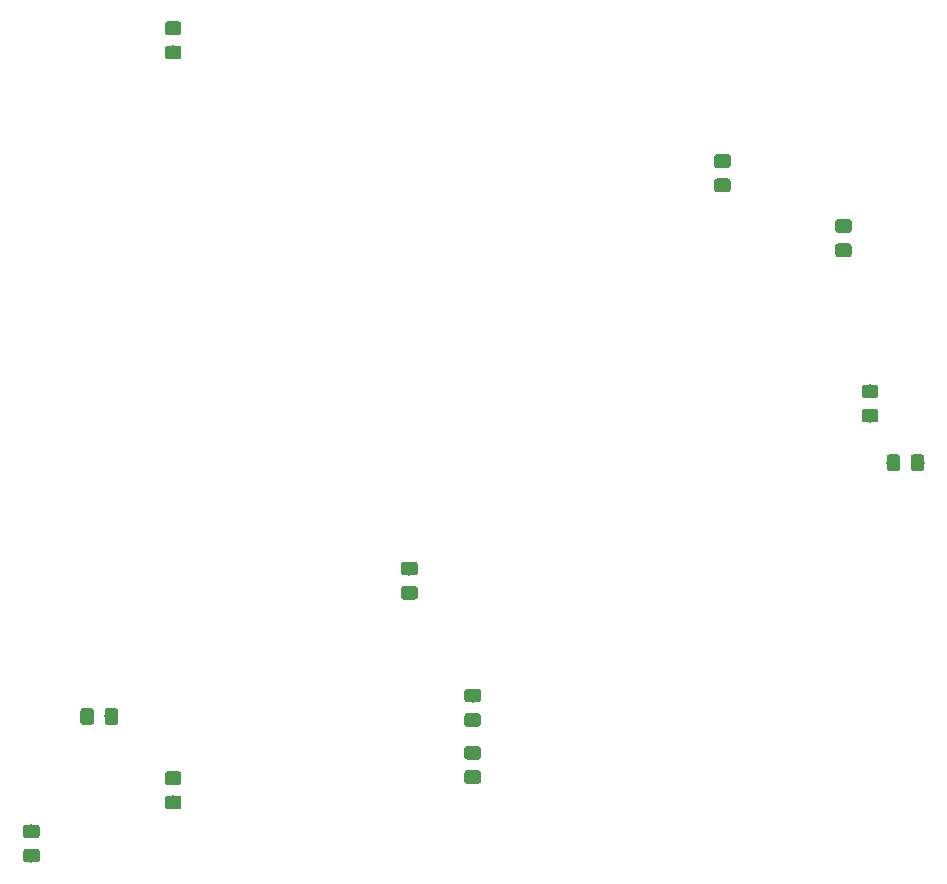
<source format=gbr>
G04 #@! TF.GenerationSoftware,KiCad,Pcbnew,(5.1.4)-1*
G04 #@! TF.CreationDate,2020-01-27T21:00:09-05:00*
G04 #@! TF.ProjectId,PCB_2020,5043425f-3230-4323-902e-6b696361645f,rev?*
G04 #@! TF.SameCoordinates,Original*
G04 #@! TF.FileFunction,Paste,Top*
G04 #@! TF.FilePolarity,Positive*
%FSLAX46Y46*%
G04 Gerber Fmt 4.6, Leading zero omitted, Abs format (unit mm)*
G04 Created by KiCad (PCBNEW (5.1.4)-1) date 2020-01-27 21:00:09*
%MOMM*%
%LPD*%
G04 APERTURE LIST*
%ADD10C,0.100000*%
%ADD11C,1.150000*%
G04 APERTURE END LIST*
D10*
G36*
X185974505Y-82951204D02*
G01*
X185998773Y-82954804D01*
X186022572Y-82960765D01*
X186045671Y-82969030D01*
X186067850Y-82979520D01*
X186088893Y-82992132D01*
X186108599Y-83006747D01*
X186126777Y-83023223D01*
X186143253Y-83041401D01*
X186157868Y-83061107D01*
X186170480Y-83082150D01*
X186180970Y-83104329D01*
X186189235Y-83127428D01*
X186195196Y-83151227D01*
X186198796Y-83175495D01*
X186200000Y-83199999D01*
X186200000Y-83850001D01*
X186198796Y-83874505D01*
X186195196Y-83898773D01*
X186189235Y-83922572D01*
X186180970Y-83945671D01*
X186170480Y-83967850D01*
X186157868Y-83988893D01*
X186143253Y-84008599D01*
X186126777Y-84026777D01*
X186108599Y-84043253D01*
X186088893Y-84057868D01*
X186067850Y-84070480D01*
X186045671Y-84080970D01*
X186022572Y-84089235D01*
X185998773Y-84095196D01*
X185974505Y-84098796D01*
X185950001Y-84100000D01*
X185049999Y-84100000D01*
X185025495Y-84098796D01*
X185001227Y-84095196D01*
X184977428Y-84089235D01*
X184954329Y-84080970D01*
X184932150Y-84070480D01*
X184911107Y-84057868D01*
X184891401Y-84043253D01*
X184873223Y-84026777D01*
X184856747Y-84008599D01*
X184842132Y-83988893D01*
X184829520Y-83967850D01*
X184819030Y-83945671D01*
X184810765Y-83922572D01*
X184804804Y-83898773D01*
X184801204Y-83874505D01*
X184800000Y-83850001D01*
X184800000Y-83199999D01*
X184801204Y-83175495D01*
X184804804Y-83151227D01*
X184810765Y-83127428D01*
X184819030Y-83104329D01*
X184829520Y-83082150D01*
X184842132Y-83061107D01*
X184856747Y-83041401D01*
X184873223Y-83023223D01*
X184891401Y-83006747D01*
X184911107Y-82992132D01*
X184932150Y-82979520D01*
X184954329Y-82969030D01*
X184977428Y-82960765D01*
X185001227Y-82954804D01*
X185025495Y-82951204D01*
X185049999Y-82950000D01*
X185950001Y-82950000D01*
X185974505Y-82951204D01*
X185974505Y-82951204D01*
G37*
D11*
X185500000Y-83525000D03*
D10*
G36*
X185974505Y-80901204D02*
G01*
X185998773Y-80904804D01*
X186022572Y-80910765D01*
X186045671Y-80919030D01*
X186067850Y-80929520D01*
X186088893Y-80942132D01*
X186108599Y-80956747D01*
X186126777Y-80973223D01*
X186143253Y-80991401D01*
X186157868Y-81011107D01*
X186170480Y-81032150D01*
X186180970Y-81054329D01*
X186189235Y-81077428D01*
X186195196Y-81101227D01*
X186198796Y-81125495D01*
X186200000Y-81149999D01*
X186200000Y-81800001D01*
X186198796Y-81824505D01*
X186195196Y-81848773D01*
X186189235Y-81872572D01*
X186180970Y-81895671D01*
X186170480Y-81917850D01*
X186157868Y-81938893D01*
X186143253Y-81958599D01*
X186126777Y-81976777D01*
X186108599Y-81993253D01*
X186088893Y-82007868D01*
X186067850Y-82020480D01*
X186045671Y-82030970D01*
X186022572Y-82039235D01*
X185998773Y-82045196D01*
X185974505Y-82048796D01*
X185950001Y-82050000D01*
X185049999Y-82050000D01*
X185025495Y-82048796D01*
X185001227Y-82045196D01*
X184977428Y-82039235D01*
X184954329Y-82030970D01*
X184932150Y-82020480D01*
X184911107Y-82007868D01*
X184891401Y-81993253D01*
X184873223Y-81976777D01*
X184856747Y-81958599D01*
X184842132Y-81938893D01*
X184829520Y-81917850D01*
X184819030Y-81895671D01*
X184810765Y-81872572D01*
X184804804Y-81848773D01*
X184801204Y-81824505D01*
X184800000Y-81800001D01*
X184800000Y-81149999D01*
X184801204Y-81125495D01*
X184804804Y-81101227D01*
X184810765Y-81077428D01*
X184819030Y-81054329D01*
X184829520Y-81032150D01*
X184842132Y-81011107D01*
X184856747Y-80991401D01*
X184873223Y-80973223D01*
X184891401Y-80956747D01*
X184911107Y-80942132D01*
X184932150Y-80929520D01*
X184954329Y-80919030D01*
X184977428Y-80910765D01*
X185001227Y-80904804D01*
X185025495Y-80901204D01*
X185049999Y-80900000D01*
X185950001Y-80900000D01*
X185974505Y-80901204D01*
X185974505Y-80901204D01*
G37*
D11*
X185500000Y-81475000D03*
D10*
G36*
X187824505Y-86801204D02*
G01*
X187848773Y-86804804D01*
X187872572Y-86810765D01*
X187895671Y-86819030D01*
X187917850Y-86829520D01*
X187938893Y-86842132D01*
X187958599Y-86856747D01*
X187976777Y-86873223D01*
X187993253Y-86891401D01*
X188007868Y-86911107D01*
X188020480Y-86932150D01*
X188030970Y-86954329D01*
X188039235Y-86977428D01*
X188045196Y-87001227D01*
X188048796Y-87025495D01*
X188050000Y-87049999D01*
X188050000Y-87950001D01*
X188048796Y-87974505D01*
X188045196Y-87998773D01*
X188039235Y-88022572D01*
X188030970Y-88045671D01*
X188020480Y-88067850D01*
X188007868Y-88088893D01*
X187993253Y-88108599D01*
X187976777Y-88126777D01*
X187958599Y-88143253D01*
X187938893Y-88157868D01*
X187917850Y-88170480D01*
X187895671Y-88180970D01*
X187872572Y-88189235D01*
X187848773Y-88195196D01*
X187824505Y-88198796D01*
X187800001Y-88200000D01*
X187149999Y-88200000D01*
X187125495Y-88198796D01*
X187101227Y-88195196D01*
X187077428Y-88189235D01*
X187054329Y-88180970D01*
X187032150Y-88170480D01*
X187011107Y-88157868D01*
X186991401Y-88143253D01*
X186973223Y-88126777D01*
X186956747Y-88108599D01*
X186942132Y-88088893D01*
X186929520Y-88067850D01*
X186919030Y-88045671D01*
X186910765Y-88022572D01*
X186904804Y-87998773D01*
X186901204Y-87974505D01*
X186900000Y-87950001D01*
X186900000Y-87049999D01*
X186901204Y-87025495D01*
X186904804Y-87001227D01*
X186910765Y-86977428D01*
X186919030Y-86954329D01*
X186929520Y-86932150D01*
X186942132Y-86911107D01*
X186956747Y-86891401D01*
X186973223Y-86873223D01*
X186991401Y-86856747D01*
X187011107Y-86842132D01*
X187032150Y-86829520D01*
X187054329Y-86819030D01*
X187077428Y-86810765D01*
X187101227Y-86804804D01*
X187125495Y-86801204D01*
X187149999Y-86800000D01*
X187800001Y-86800000D01*
X187824505Y-86801204D01*
X187824505Y-86801204D01*
G37*
D11*
X187475000Y-87500000D03*
D10*
G36*
X189874505Y-86801204D02*
G01*
X189898773Y-86804804D01*
X189922572Y-86810765D01*
X189945671Y-86819030D01*
X189967850Y-86829520D01*
X189988893Y-86842132D01*
X190008599Y-86856747D01*
X190026777Y-86873223D01*
X190043253Y-86891401D01*
X190057868Y-86911107D01*
X190070480Y-86932150D01*
X190080970Y-86954329D01*
X190089235Y-86977428D01*
X190095196Y-87001227D01*
X190098796Y-87025495D01*
X190100000Y-87049999D01*
X190100000Y-87950001D01*
X190098796Y-87974505D01*
X190095196Y-87998773D01*
X190089235Y-88022572D01*
X190080970Y-88045671D01*
X190070480Y-88067850D01*
X190057868Y-88088893D01*
X190043253Y-88108599D01*
X190026777Y-88126777D01*
X190008599Y-88143253D01*
X189988893Y-88157868D01*
X189967850Y-88170480D01*
X189945671Y-88180970D01*
X189922572Y-88189235D01*
X189898773Y-88195196D01*
X189874505Y-88198796D01*
X189850001Y-88200000D01*
X189199999Y-88200000D01*
X189175495Y-88198796D01*
X189151227Y-88195196D01*
X189127428Y-88189235D01*
X189104329Y-88180970D01*
X189082150Y-88170480D01*
X189061107Y-88157868D01*
X189041401Y-88143253D01*
X189023223Y-88126777D01*
X189006747Y-88108599D01*
X188992132Y-88088893D01*
X188979520Y-88067850D01*
X188969030Y-88045671D01*
X188960765Y-88022572D01*
X188954804Y-87998773D01*
X188951204Y-87974505D01*
X188950000Y-87950001D01*
X188950000Y-87049999D01*
X188951204Y-87025495D01*
X188954804Y-87001227D01*
X188960765Y-86977428D01*
X188969030Y-86954329D01*
X188979520Y-86932150D01*
X188992132Y-86911107D01*
X189006747Y-86891401D01*
X189023223Y-86873223D01*
X189041401Y-86856747D01*
X189061107Y-86842132D01*
X189082150Y-86829520D01*
X189104329Y-86819030D01*
X189127428Y-86810765D01*
X189151227Y-86804804D01*
X189175495Y-86801204D01*
X189199999Y-86800000D01*
X189850001Y-86800000D01*
X189874505Y-86801204D01*
X189874505Y-86801204D01*
G37*
D11*
X189525000Y-87500000D03*
D10*
G36*
X152334505Y-106667204D02*
G01*
X152358773Y-106670804D01*
X152382572Y-106676765D01*
X152405671Y-106685030D01*
X152427850Y-106695520D01*
X152448893Y-106708132D01*
X152468599Y-106722747D01*
X152486777Y-106739223D01*
X152503253Y-106757401D01*
X152517868Y-106777107D01*
X152530480Y-106798150D01*
X152540970Y-106820329D01*
X152549235Y-106843428D01*
X152555196Y-106867227D01*
X152558796Y-106891495D01*
X152560000Y-106915999D01*
X152560000Y-107566001D01*
X152558796Y-107590505D01*
X152555196Y-107614773D01*
X152549235Y-107638572D01*
X152540970Y-107661671D01*
X152530480Y-107683850D01*
X152517868Y-107704893D01*
X152503253Y-107724599D01*
X152486777Y-107742777D01*
X152468599Y-107759253D01*
X152448893Y-107773868D01*
X152427850Y-107786480D01*
X152405671Y-107796970D01*
X152382572Y-107805235D01*
X152358773Y-107811196D01*
X152334505Y-107814796D01*
X152310001Y-107816000D01*
X151409999Y-107816000D01*
X151385495Y-107814796D01*
X151361227Y-107811196D01*
X151337428Y-107805235D01*
X151314329Y-107796970D01*
X151292150Y-107786480D01*
X151271107Y-107773868D01*
X151251401Y-107759253D01*
X151233223Y-107742777D01*
X151216747Y-107724599D01*
X151202132Y-107704893D01*
X151189520Y-107683850D01*
X151179030Y-107661671D01*
X151170765Y-107638572D01*
X151164804Y-107614773D01*
X151161204Y-107590505D01*
X151160000Y-107566001D01*
X151160000Y-106915999D01*
X151161204Y-106891495D01*
X151164804Y-106867227D01*
X151170765Y-106843428D01*
X151179030Y-106820329D01*
X151189520Y-106798150D01*
X151202132Y-106777107D01*
X151216747Y-106757401D01*
X151233223Y-106739223D01*
X151251401Y-106722747D01*
X151271107Y-106708132D01*
X151292150Y-106695520D01*
X151314329Y-106685030D01*
X151337428Y-106676765D01*
X151361227Y-106670804D01*
X151385495Y-106667204D01*
X151409999Y-106666000D01*
X152310001Y-106666000D01*
X152334505Y-106667204D01*
X152334505Y-106667204D01*
G37*
D11*
X151860000Y-107241000D03*
D10*
G36*
X152334505Y-108717204D02*
G01*
X152358773Y-108720804D01*
X152382572Y-108726765D01*
X152405671Y-108735030D01*
X152427850Y-108745520D01*
X152448893Y-108758132D01*
X152468599Y-108772747D01*
X152486777Y-108789223D01*
X152503253Y-108807401D01*
X152517868Y-108827107D01*
X152530480Y-108848150D01*
X152540970Y-108870329D01*
X152549235Y-108893428D01*
X152555196Y-108917227D01*
X152558796Y-108941495D01*
X152560000Y-108965999D01*
X152560000Y-109616001D01*
X152558796Y-109640505D01*
X152555196Y-109664773D01*
X152549235Y-109688572D01*
X152540970Y-109711671D01*
X152530480Y-109733850D01*
X152517868Y-109754893D01*
X152503253Y-109774599D01*
X152486777Y-109792777D01*
X152468599Y-109809253D01*
X152448893Y-109823868D01*
X152427850Y-109836480D01*
X152405671Y-109846970D01*
X152382572Y-109855235D01*
X152358773Y-109861196D01*
X152334505Y-109864796D01*
X152310001Y-109866000D01*
X151409999Y-109866000D01*
X151385495Y-109864796D01*
X151361227Y-109861196D01*
X151337428Y-109855235D01*
X151314329Y-109846970D01*
X151292150Y-109836480D01*
X151271107Y-109823868D01*
X151251401Y-109809253D01*
X151233223Y-109792777D01*
X151216747Y-109774599D01*
X151202132Y-109754893D01*
X151189520Y-109733850D01*
X151179030Y-109711671D01*
X151170765Y-109688572D01*
X151164804Y-109664773D01*
X151161204Y-109640505D01*
X151160000Y-109616001D01*
X151160000Y-108965999D01*
X151161204Y-108941495D01*
X151164804Y-108917227D01*
X151170765Y-108893428D01*
X151179030Y-108870329D01*
X151189520Y-108848150D01*
X151202132Y-108827107D01*
X151216747Y-108807401D01*
X151233223Y-108789223D01*
X151251401Y-108772747D01*
X151271107Y-108758132D01*
X151292150Y-108745520D01*
X151314329Y-108735030D01*
X151337428Y-108726765D01*
X151361227Y-108720804D01*
X151385495Y-108717204D01*
X151409999Y-108716000D01*
X152310001Y-108716000D01*
X152334505Y-108717204D01*
X152334505Y-108717204D01*
G37*
D11*
X151860000Y-109291000D03*
D10*
G36*
X152334505Y-113552204D02*
G01*
X152358773Y-113555804D01*
X152382572Y-113561765D01*
X152405671Y-113570030D01*
X152427850Y-113580520D01*
X152448893Y-113593132D01*
X152468599Y-113607747D01*
X152486777Y-113624223D01*
X152503253Y-113642401D01*
X152517868Y-113662107D01*
X152530480Y-113683150D01*
X152540970Y-113705329D01*
X152549235Y-113728428D01*
X152555196Y-113752227D01*
X152558796Y-113776495D01*
X152560000Y-113800999D01*
X152560000Y-114451001D01*
X152558796Y-114475505D01*
X152555196Y-114499773D01*
X152549235Y-114523572D01*
X152540970Y-114546671D01*
X152530480Y-114568850D01*
X152517868Y-114589893D01*
X152503253Y-114609599D01*
X152486777Y-114627777D01*
X152468599Y-114644253D01*
X152448893Y-114658868D01*
X152427850Y-114671480D01*
X152405671Y-114681970D01*
X152382572Y-114690235D01*
X152358773Y-114696196D01*
X152334505Y-114699796D01*
X152310001Y-114701000D01*
X151409999Y-114701000D01*
X151385495Y-114699796D01*
X151361227Y-114696196D01*
X151337428Y-114690235D01*
X151314329Y-114681970D01*
X151292150Y-114671480D01*
X151271107Y-114658868D01*
X151251401Y-114644253D01*
X151233223Y-114627777D01*
X151216747Y-114609599D01*
X151202132Y-114589893D01*
X151189520Y-114568850D01*
X151179030Y-114546671D01*
X151170765Y-114523572D01*
X151164804Y-114499773D01*
X151161204Y-114475505D01*
X151160000Y-114451001D01*
X151160000Y-113800999D01*
X151161204Y-113776495D01*
X151164804Y-113752227D01*
X151170765Y-113728428D01*
X151179030Y-113705329D01*
X151189520Y-113683150D01*
X151202132Y-113662107D01*
X151216747Y-113642401D01*
X151233223Y-113624223D01*
X151251401Y-113607747D01*
X151271107Y-113593132D01*
X151292150Y-113580520D01*
X151314329Y-113570030D01*
X151337428Y-113561765D01*
X151361227Y-113555804D01*
X151385495Y-113552204D01*
X151409999Y-113551000D01*
X152310001Y-113551000D01*
X152334505Y-113552204D01*
X152334505Y-113552204D01*
G37*
D11*
X151860000Y-114126000D03*
D10*
G36*
X152334505Y-111502204D02*
G01*
X152358773Y-111505804D01*
X152382572Y-111511765D01*
X152405671Y-111520030D01*
X152427850Y-111530520D01*
X152448893Y-111543132D01*
X152468599Y-111557747D01*
X152486777Y-111574223D01*
X152503253Y-111592401D01*
X152517868Y-111612107D01*
X152530480Y-111633150D01*
X152540970Y-111655329D01*
X152549235Y-111678428D01*
X152555196Y-111702227D01*
X152558796Y-111726495D01*
X152560000Y-111750999D01*
X152560000Y-112401001D01*
X152558796Y-112425505D01*
X152555196Y-112449773D01*
X152549235Y-112473572D01*
X152540970Y-112496671D01*
X152530480Y-112518850D01*
X152517868Y-112539893D01*
X152503253Y-112559599D01*
X152486777Y-112577777D01*
X152468599Y-112594253D01*
X152448893Y-112608868D01*
X152427850Y-112621480D01*
X152405671Y-112631970D01*
X152382572Y-112640235D01*
X152358773Y-112646196D01*
X152334505Y-112649796D01*
X152310001Y-112651000D01*
X151409999Y-112651000D01*
X151385495Y-112649796D01*
X151361227Y-112646196D01*
X151337428Y-112640235D01*
X151314329Y-112631970D01*
X151292150Y-112621480D01*
X151271107Y-112608868D01*
X151251401Y-112594253D01*
X151233223Y-112577777D01*
X151216747Y-112559599D01*
X151202132Y-112539893D01*
X151189520Y-112518850D01*
X151179030Y-112496671D01*
X151170765Y-112473572D01*
X151164804Y-112449773D01*
X151161204Y-112425505D01*
X151160000Y-112401001D01*
X151160000Y-111750999D01*
X151161204Y-111726495D01*
X151164804Y-111702227D01*
X151170765Y-111678428D01*
X151179030Y-111655329D01*
X151189520Y-111633150D01*
X151202132Y-111612107D01*
X151216747Y-111592401D01*
X151233223Y-111574223D01*
X151251401Y-111557747D01*
X151271107Y-111543132D01*
X151292150Y-111530520D01*
X151314329Y-111520030D01*
X151337428Y-111511765D01*
X151361227Y-111505804D01*
X151385495Y-111502204D01*
X151409999Y-111501000D01*
X152310001Y-111501000D01*
X152334505Y-111502204D01*
X152334505Y-111502204D01*
G37*
D11*
X151860000Y-112076000D03*
D10*
G36*
X183724505Y-66901204D02*
G01*
X183748773Y-66904804D01*
X183772572Y-66910765D01*
X183795671Y-66919030D01*
X183817850Y-66929520D01*
X183838893Y-66942132D01*
X183858599Y-66956747D01*
X183876777Y-66973223D01*
X183893253Y-66991401D01*
X183907868Y-67011107D01*
X183920480Y-67032150D01*
X183930970Y-67054329D01*
X183939235Y-67077428D01*
X183945196Y-67101227D01*
X183948796Y-67125495D01*
X183950000Y-67149999D01*
X183950000Y-67800001D01*
X183948796Y-67824505D01*
X183945196Y-67848773D01*
X183939235Y-67872572D01*
X183930970Y-67895671D01*
X183920480Y-67917850D01*
X183907868Y-67938893D01*
X183893253Y-67958599D01*
X183876777Y-67976777D01*
X183858599Y-67993253D01*
X183838893Y-68007868D01*
X183817850Y-68020480D01*
X183795671Y-68030970D01*
X183772572Y-68039235D01*
X183748773Y-68045196D01*
X183724505Y-68048796D01*
X183700001Y-68050000D01*
X182799999Y-68050000D01*
X182775495Y-68048796D01*
X182751227Y-68045196D01*
X182727428Y-68039235D01*
X182704329Y-68030970D01*
X182682150Y-68020480D01*
X182661107Y-68007868D01*
X182641401Y-67993253D01*
X182623223Y-67976777D01*
X182606747Y-67958599D01*
X182592132Y-67938893D01*
X182579520Y-67917850D01*
X182569030Y-67895671D01*
X182560765Y-67872572D01*
X182554804Y-67848773D01*
X182551204Y-67824505D01*
X182550000Y-67800001D01*
X182550000Y-67149999D01*
X182551204Y-67125495D01*
X182554804Y-67101227D01*
X182560765Y-67077428D01*
X182569030Y-67054329D01*
X182579520Y-67032150D01*
X182592132Y-67011107D01*
X182606747Y-66991401D01*
X182623223Y-66973223D01*
X182641401Y-66956747D01*
X182661107Y-66942132D01*
X182682150Y-66929520D01*
X182704329Y-66919030D01*
X182727428Y-66910765D01*
X182751227Y-66904804D01*
X182775495Y-66901204D01*
X182799999Y-66900000D01*
X183700001Y-66900000D01*
X183724505Y-66901204D01*
X183724505Y-66901204D01*
G37*
D11*
X183250000Y-67475000D03*
D10*
G36*
X183724505Y-68951204D02*
G01*
X183748773Y-68954804D01*
X183772572Y-68960765D01*
X183795671Y-68969030D01*
X183817850Y-68979520D01*
X183838893Y-68992132D01*
X183858599Y-69006747D01*
X183876777Y-69023223D01*
X183893253Y-69041401D01*
X183907868Y-69061107D01*
X183920480Y-69082150D01*
X183930970Y-69104329D01*
X183939235Y-69127428D01*
X183945196Y-69151227D01*
X183948796Y-69175495D01*
X183950000Y-69199999D01*
X183950000Y-69850001D01*
X183948796Y-69874505D01*
X183945196Y-69898773D01*
X183939235Y-69922572D01*
X183930970Y-69945671D01*
X183920480Y-69967850D01*
X183907868Y-69988893D01*
X183893253Y-70008599D01*
X183876777Y-70026777D01*
X183858599Y-70043253D01*
X183838893Y-70057868D01*
X183817850Y-70070480D01*
X183795671Y-70080970D01*
X183772572Y-70089235D01*
X183748773Y-70095196D01*
X183724505Y-70098796D01*
X183700001Y-70100000D01*
X182799999Y-70100000D01*
X182775495Y-70098796D01*
X182751227Y-70095196D01*
X182727428Y-70089235D01*
X182704329Y-70080970D01*
X182682150Y-70070480D01*
X182661107Y-70057868D01*
X182641401Y-70043253D01*
X182623223Y-70026777D01*
X182606747Y-70008599D01*
X182592132Y-69988893D01*
X182579520Y-69967850D01*
X182569030Y-69945671D01*
X182560765Y-69922572D01*
X182554804Y-69898773D01*
X182551204Y-69874505D01*
X182550000Y-69850001D01*
X182550000Y-69199999D01*
X182551204Y-69175495D01*
X182554804Y-69151227D01*
X182560765Y-69127428D01*
X182569030Y-69104329D01*
X182579520Y-69082150D01*
X182592132Y-69061107D01*
X182606747Y-69041401D01*
X182623223Y-69023223D01*
X182641401Y-69006747D01*
X182661107Y-68992132D01*
X182682150Y-68979520D01*
X182704329Y-68969030D01*
X182727428Y-68960765D01*
X182751227Y-68954804D01*
X182775495Y-68951204D01*
X182799999Y-68950000D01*
X183700001Y-68950000D01*
X183724505Y-68951204D01*
X183724505Y-68951204D01*
G37*
D11*
X183250000Y-69525000D03*
D10*
G36*
X173474505Y-61401204D02*
G01*
X173498773Y-61404804D01*
X173522572Y-61410765D01*
X173545671Y-61419030D01*
X173567850Y-61429520D01*
X173588893Y-61442132D01*
X173608599Y-61456747D01*
X173626777Y-61473223D01*
X173643253Y-61491401D01*
X173657868Y-61511107D01*
X173670480Y-61532150D01*
X173680970Y-61554329D01*
X173689235Y-61577428D01*
X173695196Y-61601227D01*
X173698796Y-61625495D01*
X173700000Y-61649999D01*
X173700000Y-62300001D01*
X173698796Y-62324505D01*
X173695196Y-62348773D01*
X173689235Y-62372572D01*
X173680970Y-62395671D01*
X173670480Y-62417850D01*
X173657868Y-62438893D01*
X173643253Y-62458599D01*
X173626777Y-62476777D01*
X173608599Y-62493253D01*
X173588893Y-62507868D01*
X173567850Y-62520480D01*
X173545671Y-62530970D01*
X173522572Y-62539235D01*
X173498773Y-62545196D01*
X173474505Y-62548796D01*
X173450001Y-62550000D01*
X172549999Y-62550000D01*
X172525495Y-62548796D01*
X172501227Y-62545196D01*
X172477428Y-62539235D01*
X172454329Y-62530970D01*
X172432150Y-62520480D01*
X172411107Y-62507868D01*
X172391401Y-62493253D01*
X172373223Y-62476777D01*
X172356747Y-62458599D01*
X172342132Y-62438893D01*
X172329520Y-62417850D01*
X172319030Y-62395671D01*
X172310765Y-62372572D01*
X172304804Y-62348773D01*
X172301204Y-62324505D01*
X172300000Y-62300001D01*
X172300000Y-61649999D01*
X172301204Y-61625495D01*
X172304804Y-61601227D01*
X172310765Y-61577428D01*
X172319030Y-61554329D01*
X172329520Y-61532150D01*
X172342132Y-61511107D01*
X172356747Y-61491401D01*
X172373223Y-61473223D01*
X172391401Y-61456747D01*
X172411107Y-61442132D01*
X172432150Y-61429520D01*
X172454329Y-61419030D01*
X172477428Y-61410765D01*
X172501227Y-61404804D01*
X172525495Y-61401204D01*
X172549999Y-61400000D01*
X173450001Y-61400000D01*
X173474505Y-61401204D01*
X173474505Y-61401204D01*
G37*
D11*
X173000000Y-61975000D03*
D10*
G36*
X173474505Y-63451204D02*
G01*
X173498773Y-63454804D01*
X173522572Y-63460765D01*
X173545671Y-63469030D01*
X173567850Y-63479520D01*
X173588893Y-63492132D01*
X173608599Y-63506747D01*
X173626777Y-63523223D01*
X173643253Y-63541401D01*
X173657868Y-63561107D01*
X173670480Y-63582150D01*
X173680970Y-63604329D01*
X173689235Y-63627428D01*
X173695196Y-63651227D01*
X173698796Y-63675495D01*
X173700000Y-63699999D01*
X173700000Y-64350001D01*
X173698796Y-64374505D01*
X173695196Y-64398773D01*
X173689235Y-64422572D01*
X173680970Y-64445671D01*
X173670480Y-64467850D01*
X173657868Y-64488893D01*
X173643253Y-64508599D01*
X173626777Y-64526777D01*
X173608599Y-64543253D01*
X173588893Y-64557868D01*
X173567850Y-64570480D01*
X173545671Y-64580970D01*
X173522572Y-64589235D01*
X173498773Y-64595196D01*
X173474505Y-64598796D01*
X173450001Y-64600000D01*
X172549999Y-64600000D01*
X172525495Y-64598796D01*
X172501227Y-64595196D01*
X172477428Y-64589235D01*
X172454329Y-64580970D01*
X172432150Y-64570480D01*
X172411107Y-64557868D01*
X172391401Y-64543253D01*
X172373223Y-64526777D01*
X172356747Y-64508599D01*
X172342132Y-64488893D01*
X172329520Y-64467850D01*
X172319030Y-64445671D01*
X172310765Y-64422572D01*
X172304804Y-64398773D01*
X172301204Y-64374505D01*
X172300000Y-64350001D01*
X172300000Y-63699999D01*
X172301204Y-63675495D01*
X172304804Y-63651227D01*
X172310765Y-63627428D01*
X172319030Y-63604329D01*
X172329520Y-63582150D01*
X172342132Y-63561107D01*
X172356747Y-63541401D01*
X172373223Y-63523223D01*
X172391401Y-63506747D01*
X172411107Y-63492132D01*
X172432150Y-63479520D01*
X172454329Y-63469030D01*
X172477428Y-63460765D01*
X172501227Y-63454804D01*
X172525495Y-63451204D01*
X172549999Y-63450000D01*
X173450001Y-63450000D01*
X173474505Y-63451204D01*
X173474505Y-63451204D01*
G37*
D11*
X173000000Y-64025000D03*
D10*
G36*
X126974505Y-52201204D02*
G01*
X126998773Y-52204804D01*
X127022572Y-52210765D01*
X127045671Y-52219030D01*
X127067850Y-52229520D01*
X127088893Y-52242132D01*
X127108599Y-52256747D01*
X127126777Y-52273223D01*
X127143253Y-52291401D01*
X127157868Y-52311107D01*
X127170480Y-52332150D01*
X127180970Y-52354329D01*
X127189235Y-52377428D01*
X127195196Y-52401227D01*
X127198796Y-52425495D01*
X127200000Y-52449999D01*
X127200000Y-53100001D01*
X127198796Y-53124505D01*
X127195196Y-53148773D01*
X127189235Y-53172572D01*
X127180970Y-53195671D01*
X127170480Y-53217850D01*
X127157868Y-53238893D01*
X127143253Y-53258599D01*
X127126777Y-53276777D01*
X127108599Y-53293253D01*
X127088893Y-53307868D01*
X127067850Y-53320480D01*
X127045671Y-53330970D01*
X127022572Y-53339235D01*
X126998773Y-53345196D01*
X126974505Y-53348796D01*
X126950001Y-53350000D01*
X126049999Y-53350000D01*
X126025495Y-53348796D01*
X126001227Y-53345196D01*
X125977428Y-53339235D01*
X125954329Y-53330970D01*
X125932150Y-53320480D01*
X125911107Y-53307868D01*
X125891401Y-53293253D01*
X125873223Y-53276777D01*
X125856747Y-53258599D01*
X125842132Y-53238893D01*
X125829520Y-53217850D01*
X125819030Y-53195671D01*
X125810765Y-53172572D01*
X125804804Y-53148773D01*
X125801204Y-53124505D01*
X125800000Y-53100001D01*
X125800000Y-52449999D01*
X125801204Y-52425495D01*
X125804804Y-52401227D01*
X125810765Y-52377428D01*
X125819030Y-52354329D01*
X125829520Y-52332150D01*
X125842132Y-52311107D01*
X125856747Y-52291401D01*
X125873223Y-52273223D01*
X125891401Y-52256747D01*
X125911107Y-52242132D01*
X125932150Y-52229520D01*
X125954329Y-52219030D01*
X125977428Y-52210765D01*
X126001227Y-52204804D01*
X126025495Y-52201204D01*
X126049999Y-52200000D01*
X126950001Y-52200000D01*
X126974505Y-52201204D01*
X126974505Y-52201204D01*
G37*
D11*
X126500000Y-52775000D03*
D10*
G36*
X126974505Y-50151204D02*
G01*
X126998773Y-50154804D01*
X127022572Y-50160765D01*
X127045671Y-50169030D01*
X127067850Y-50179520D01*
X127088893Y-50192132D01*
X127108599Y-50206747D01*
X127126777Y-50223223D01*
X127143253Y-50241401D01*
X127157868Y-50261107D01*
X127170480Y-50282150D01*
X127180970Y-50304329D01*
X127189235Y-50327428D01*
X127195196Y-50351227D01*
X127198796Y-50375495D01*
X127200000Y-50399999D01*
X127200000Y-51050001D01*
X127198796Y-51074505D01*
X127195196Y-51098773D01*
X127189235Y-51122572D01*
X127180970Y-51145671D01*
X127170480Y-51167850D01*
X127157868Y-51188893D01*
X127143253Y-51208599D01*
X127126777Y-51226777D01*
X127108599Y-51243253D01*
X127088893Y-51257868D01*
X127067850Y-51270480D01*
X127045671Y-51280970D01*
X127022572Y-51289235D01*
X126998773Y-51295196D01*
X126974505Y-51298796D01*
X126950001Y-51300000D01*
X126049999Y-51300000D01*
X126025495Y-51298796D01*
X126001227Y-51295196D01*
X125977428Y-51289235D01*
X125954329Y-51280970D01*
X125932150Y-51270480D01*
X125911107Y-51257868D01*
X125891401Y-51243253D01*
X125873223Y-51226777D01*
X125856747Y-51208599D01*
X125842132Y-51188893D01*
X125829520Y-51167850D01*
X125819030Y-51145671D01*
X125810765Y-51122572D01*
X125804804Y-51098773D01*
X125801204Y-51074505D01*
X125800000Y-51050001D01*
X125800000Y-50399999D01*
X125801204Y-50375495D01*
X125804804Y-50351227D01*
X125810765Y-50327428D01*
X125819030Y-50304329D01*
X125829520Y-50282150D01*
X125842132Y-50261107D01*
X125856747Y-50241401D01*
X125873223Y-50223223D01*
X125891401Y-50206747D01*
X125911107Y-50192132D01*
X125932150Y-50179520D01*
X125954329Y-50169030D01*
X125977428Y-50160765D01*
X126001227Y-50154804D01*
X126025495Y-50151204D01*
X126049999Y-50150000D01*
X126950001Y-50150000D01*
X126974505Y-50151204D01*
X126974505Y-50151204D01*
G37*
D11*
X126500000Y-50725000D03*
D10*
G36*
X126974505Y-115701204D02*
G01*
X126998773Y-115704804D01*
X127022572Y-115710765D01*
X127045671Y-115719030D01*
X127067850Y-115729520D01*
X127088893Y-115742132D01*
X127108599Y-115756747D01*
X127126777Y-115773223D01*
X127143253Y-115791401D01*
X127157868Y-115811107D01*
X127170480Y-115832150D01*
X127180970Y-115854329D01*
X127189235Y-115877428D01*
X127195196Y-115901227D01*
X127198796Y-115925495D01*
X127200000Y-115949999D01*
X127200000Y-116600001D01*
X127198796Y-116624505D01*
X127195196Y-116648773D01*
X127189235Y-116672572D01*
X127180970Y-116695671D01*
X127170480Y-116717850D01*
X127157868Y-116738893D01*
X127143253Y-116758599D01*
X127126777Y-116776777D01*
X127108599Y-116793253D01*
X127088893Y-116807868D01*
X127067850Y-116820480D01*
X127045671Y-116830970D01*
X127022572Y-116839235D01*
X126998773Y-116845196D01*
X126974505Y-116848796D01*
X126950001Y-116850000D01*
X126049999Y-116850000D01*
X126025495Y-116848796D01*
X126001227Y-116845196D01*
X125977428Y-116839235D01*
X125954329Y-116830970D01*
X125932150Y-116820480D01*
X125911107Y-116807868D01*
X125891401Y-116793253D01*
X125873223Y-116776777D01*
X125856747Y-116758599D01*
X125842132Y-116738893D01*
X125829520Y-116717850D01*
X125819030Y-116695671D01*
X125810765Y-116672572D01*
X125804804Y-116648773D01*
X125801204Y-116624505D01*
X125800000Y-116600001D01*
X125800000Y-115949999D01*
X125801204Y-115925495D01*
X125804804Y-115901227D01*
X125810765Y-115877428D01*
X125819030Y-115854329D01*
X125829520Y-115832150D01*
X125842132Y-115811107D01*
X125856747Y-115791401D01*
X125873223Y-115773223D01*
X125891401Y-115756747D01*
X125911107Y-115742132D01*
X125932150Y-115729520D01*
X125954329Y-115719030D01*
X125977428Y-115710765D01*
X126001227Y-115704804D01*
X126025495Y-115701204D01*
X126049999Y-115700000D01*
X126950001Y-115700000D01*
X126974505Y-115701204D01*
X126974505Y-115701204D01*
G37*
D11*
X126500000Y-116275000D03*
D10*
G36*
X126974505Y-113651204D02*
G01*
X126998773Y-113654804D01*
X127022572Y-113660765D01*
X127045671Y-113669030D01*
X127067850Y-113679520D01*
X127088893Y-113692132D01*
X127108599Y-113706747D01*
X127126777Y-113723223D01*
X127143253Y-113741401D01*
X127157868Y-113761107D01*
X127170480Y-113782150D01*
X127180970Y-113804329D01*
X127189235Y-113827428D01*
X127195196Y-113851227D01*
X127198796Y-113875495D01*
X127200000Y-113899999D01*
X127200000Y-114550001D01*
X127198796Y-114574505D01*
X127195196Y-114598773D01*
X127189235Y-114622572D01*
X127180970Y-114645671D01*
X127170480Y-114667850D01*
X127157868Y-114688893D01*
X127143253Y-114708599D01*
X127126777Y-114726777D01*
X127108599Y-114743253D01*
X127088893Y-114757868D01*
X127067850Y-114770480D01*
X127045671Y-114780970D01*
X127022572Y-114789235D01*
X126998773Y-114795196D01*
X126974505Y-114798796D01*
X126950001Y-114800000D01*
X126049999Y-114800000D01*
X126025495Y-114798796D01*
X126001227Y-114795196D01*
X125977428Y-114789235D01*
X125954329Y-114780970D01*
X125932150Y-114770480D01*
X125911107Y-114757868D01*
X125891401Y-114743253D01*
X125873223Y-114726777D01*
X125856747Y-114708599D01*
X125842132Y-114688893D01*
X125829520Y-114667850D01*
X125819030Y-114645671D01*
X125810765Y-114622572D01*
X125804804Y-114598773D01*
X125801204Y-114574505D01*
X125800000Y-114550001D01*
X125800000Y-113899999D01*
X125801204Y-113875495D01*
X125804804Y-113851227D01*
X125810765Y-113827428D01*
X125819030Y-113804329D01*
X125829520Y-113782150D01*
X125842132Y-113761107D01*
X125856747Y-113741401D01*
X125873223Y-113723223D01*
X125891401Y-113706747D01*
X125911107Y-113692132D01*
X125932150Y-113679520D01*
X125954329Y-113669030D01*
X125977428Y-113660765D01*
X126001227Y-113654804D01*
X126025495Y-113651204D01*
X126049999Y-113650000D01*
X126950001Y-113650000D01*
X126974505Y-113651204D01*
X126974505Y-113651204D01*
G37*
D11*
X126500000Y-114225000D03*
D10*
G36*
X121624505Y-108301204D02*
G01*
X121648773Y-108304804D01*
X121672572Y-108310765D01*
X121695671Y-108319030D01*
X121717850Y-108329520D01*
X121738893Y-108342132D01*
X121758599Y-108356747D01*
X121776777Y-108373223D01*
X121793253Y-108391401D01*
X121807868Y-108411107D01*
X121820480Y-108432150D01*
X121830970Y-108454329D01*
X121839235Y-108477428D01*
X121845196Y-108501227D01*
X121848796Y-108525495D01*
X121850000Y-108549999D01*
X121850000Y-109450001D01*
X121848796Y-109474505D01*
X121845196Y-109498773D01*
X121839235Y-109522572D01*
X121830970Y-109545671D01*
X121820480Y-109567850D01*
X121807868Y-109588893D01*
X121793253Y-109608599D01*
X121776777Y-109626777D01*
X121758599Y-109643253D01*
X121738893Y-109657868D01*
X121717850Y-109670480D01*
X121695671Y-109680970D01*
X121672572Y-109689235D01*
X121648773Y-109695196D01*
X121624505Y-109698796D01*
X121600001Y-109700000D01*
X120949999Y-109700000D01*
X120925495Y-109698796D01*
X120901227Y-109695196D01*
X120877428Y-109689235D01*
X120854329Y-109680970D01*
X120832150Y-109670480D01*
X120811107Y-109657868D01*
X120791401Y-109643253D01*
X120773223Y-109626777D01*
X120756747Y-109608599D01*
X120742132Y-109588893D01*
X120729520Y-109567850D01*
X120719030Y-109545671D01*
X120710765Y-109522572D01*
X120704804Y-109498773D01*
X120701204Y-109474505D01*
X120700000Y-109450001D01*
X120700000Y-108549999D01*
X120701204Y-108525495D01*
X120704804Y-108501227D01*
X120710765Y-108477428D01*
X120719030Y-108454329D01*
X120729520Y-108432150D01*
X120742132Y-108411107D01*
X120756747Y-108391401D01*
X120773223Y-108373223D01*
X120791401Y-108356747D01*
X120811107Y-108342132D01*
X120832150Y-108329520D01*
X120854329Y-108319030D01*
X120877428Y-108310765D01*
X120901227Y-108304804D01*
X120925495Y-108301204D01*
X120949999Y-108300000D01*
X121600001Y-108300000D01*
X121624505Y-108301204D01*
X121624505Y-108301204D01*
G37*
D11*
X121275000Y-109000000D03*
D10*
G36*
X119574505Y-108301204D02*
G01*
X119598773Y-108304804D01*
X119622572Y-108310765D01*
X119645671Y-108319030D01*
X119667850Y-108329520D01*
X119688893Y-108342132D01*
X119708599Y-108356747D01*
X119726777Y-108373223D01*
X119743253Y-108391401D01*
X119757868Y-108411107D01*
X119770480Y-108432150D01*
X119780970Y-108454329D01*
X119789235Y-108477428D01*
X119795196Y-108501227D01*
X119798796Y-108525495D01*
X119800000Y-108549999D01*
X119800000Y-109450001D01*
X119798796Y-109474505D01*
X119795196Y-109498773D01*
X119789235Y-109522572D01*
X119780970Y-109545671D01*
X119770480Y-109567850D01*
X119757868Y-109588893D01*
X119743253Y-109608599D01*
X119726777Y-109626777D01*
X119708599Y-109643253D01*
X119688893Y-109657868D01*
X119667850Y-109670480D01*
X119645671Y-109680970D01*
X119622572Y-109689235D01*
X119598773Y-109695196D01*
X119574505Y-109698796D01*
X119550001Y-109700000D01*
X118899999Y-109700000D01*
X118875495Y-109698796D01*
X118851227Y-109695196D01*
X118827428Y-109689235D01*
X118804329Y-109680970D01*
X118782150Y-109670480D01*
X118761107Y-109657868D01*
X118741401Y-109643253D01*
X118723223Y-109626777D01*
X118706747Y-109608599D01*
X118692132Y-109588893D01*
X118679520Y-109567850D01*
X118669030Y-109545671D01*
X118660765Y-109522572D01*
X118654804Y-109498773D01*
X118651204Y-109474505D01*
X118650000Y-109450001D01*
X118650000Y-108549999D01*
X118651204Y-108525495D01*
X118654804Y-108501227D01*
X118660765Y-108477428D01*
X118669030Y-108454329D01*
X118679520Y-108432150D01*
X118692132Y-108411107D01*
X118706747Y-108391401D01*
X118723223Y-108373223D01*
X118741401Y-108356747D01*
X118761107Y-108342132D01*
X118782150Y-108329520D01*
X118804329Y-108319030D01*
X118827428Y-108310765D01*
X118851227Y-108304804D01*
X118875495Y-108301204D01*
X118899999Y-108300000D01*
X119550001Y-108300000D01*
X119574505Y-108301204D01*
X119574505Y-108301204D01*
G37*
D11*
X119225000Y-109000000D03*
D10*
G36*
X114974505Y-120201204D02*
G01*
X114998773Y-120204804D01*
X115022572Y-120210765D01*
X115045671Y-120219030D01*
X115067850Y-120229520D01*
X115088893Y-120242132D01*
X115108599Y-120256747D01*
X115126777Y-120273223D01*
X115143253Y-120291401D01*
X115157868Y-120311107D01*
X115170480Y-120332150D01*
X115180970Y-120354329D01*
X115189235Y-120377428D01*
X115195196Y-120401227D01*
X115198796Y-120425495D01*
X115200000Y-120449999D01*
X115200000Y-121100001D01*
X115198796Y-121124505D01*
X115195196Y-121148773D01*
X115189235Y-121172572D01*
X115180970Y-121195671D01*
X115170480Y-121217850D01*
X115157868Y-121238893D01*
X115143253Y-121258599D01*
X115126777Y-121276777D01*
X115108599Y-121293253D01*
X115088893Y-121307868D01*
X115067850Y-121320480D01*
X115045671Y-121330970D01*
X115022572Y-121339235D01*
X114998773Y-121345196D01*
X114974505Y-121348796D01*
X114950001Y-121350000D01*
X114049999Y-121350000D01*
X114025495Y-121348796D01*
X114001227Y-121345196D01*
X113977428Y-121339235D01*
X113954329Y-121330970D01*
X113932150Y-121320480D01*
X113911107Y-121307868D01*
X113891401Y-121293253D01*
X113873223Y-121276777D01*
X113856747Y-121258599D01*
X113842132Y-121238893D01*
X113829520Y-121217850D01*
X113819030Y-121195671D01*
X113810765Y-121172572D01*
X113804804Y-121148773D01*
X113801204Y-121124505D01*
X113800000Y-121100001D01*
X113800000Y-120449999D01*
X113801204Y-120425495D01*
X113804804Y-120401227D01*
X113810765Y-120377428D01*
X113819030Y-120354329D01*
X113829520Y-120332150D01*
X113842132Y-120311107D01*
X113856747Y-120291401D01*
X113873223Y-120273223D01*
X113891401Y-120256747D01*
X113911107Y-120242132D01*
X113932150Y-120229520D01*
X113954329Y-120219030D01*
X113977428Y-120210765D01*
X114001227Y-120204804D01*
X114025495Y-120201204D01*
X114049999Y-120200000D01*
X114950001Y-120200000D01*
X114974505Y-120201204D01*
X114974505Y-120201204D01*
G37*
D11*
X114500000Y-120775000D03*
D10*
G36*
X114974505Y-118151204D02*
G01*
X114998773Y-118154804D01*
X115022572Y-118160765D01*
X115045671Y-118169030D01*
X115067850Y-118179520D01*
X115088893Y-118192132D01*
X115108599Y-118206747D01*
X115126777Y-118223223D01*
X115143253Y-118241401D01*
X115157868Y-118261107D01*
X115170480Y-118282150D01*
X115180970Y-118304329D01*
X115189235Y-118327428D01*
X115195196Y-118351227D01*
X115198796Y-118375495D01*
X115200000Y-118399999D01*
X115200000Y-119050001D01*
X115198796Y-119074505D01*
X115195196Y-119098773D01*
X115189235Y-119122572D01*
X115180970Y-119145671D01*
X115170480Y-119167850D01*
X115157868Y-119188893D01*
X115143253Y-119208599D01*
X115126777Y-119226777D01*
X115108599Y-119243253D01*
X115088893Y-119257868D01*
X115067850Y-119270480D01*
X115045671Y-119280970D01*
X115022572Y-119289235D01*
X114998773Y-119295196D01*
X114974505Y-119298796D01*
X114950001Y-119300000D01*
X114049999Y-119300000D01*
X114025495Y-119298796D01*
X114001227Y-119295196D01*
X113977428Y-119289235D01*
X113954329Y-119280970D01*
X113932150Y-119270480D01*
X113911107Y-119257868D01*
X113891401Y-119243253D01*
X113873223Y-119226777D01*
X113856747Y-119208599D01*
X113842132Y-119188893D01*
X113829520Y-119167850D01*
X113819030Y-119145671D01*
X113810765Y-119122572D01*
X113804804Y-119098773D01*
X113801204Y-119074505D01*
X113800000Y-119050001D01*
X113800000Y-118399999D01*
X113801204Y-118375495D01*
X113804804Y-118351227D01*
X113810765Y-118327428D01*
X113819030Y-118304329D01*
X113829520Y-118282150D01*
X113842132Y-118261107D01*
X113856747Y-118241401D01*
X113873223Y-118223223D01*
X113891401Y-118206747D01*
X113911107Y-118192132D01*
X113932150Y-118179520D01*
X113954329Y-118169030D01*
X113977428Y-118160765D01*
X114001227Y-118154804D01*
X114025495Y-118151204D01*
X114049999Y-118150000D01*
X114950001Y-118150000D01*
X114974505Y-118151204D01*
X114974505Y-118151204D01*
G37*
D11*
X114500000Y-118725000D03*
D10*
G36*
X146974505Y-95901204D02*
G01*
X146998773Y-95904804D01*
X147022572Y-95910765D01*
X147045671Y-95919030D01*
X147067850Y-95929520D01*
X147088893Y-95942132D01*
X147108599Y-95956747D01*
X147126777Y-95973223D01*
X147143253Y-95991401D01*
X147157868Y-96011107D01*
X147170480Y-96032150D01*
X147180970Y-96054329D01*
X147189235Y-96077428D01*
X147195196Y-96101227D01*
X147198796Y-96125495D01*
X147200000Y-96149999D01*
X147200000Y-96800001D01*
X147198796Y-96824505D01*
X147195196Y-96848773D01*
X147189235Y-96872572D01*
X147180970Y-96895671D01*
X147170480Y-96917850D01*
X147157868Y-96938893D01*
X147143253Y-96958599D01*
X147126777Y-96976777D01*
X147108599Y-96993253D01*
X147088893Y-97007868D01*
X147067850Y-97020480D01*
X147045671Y-97030970D01*
X147022572Y-97039235D01*
X146998773Y-97045196D01*
X146974505Y-97048796D01*
X146950001Y-97050000D01*
X146049999Y-97050000D01*
X146025495Y-97048796D01*
X146001227Y-97045196D01*
X145977428Y-97039235D01*
X145954329Y-97030970D01*
X145932150Y-97020480D01*
X145911107Y-97007868D01*
X145891401Y-96993253D01*
X145873223Y-96976777D01*
X145856747Y-96958599D01*
X145842132Y-96938893D01*
X145829520Y-96917850D01*
X145819030Y-96895671D01*
X145810765Y-96872572D01*
X145804804Y-96848773D01*
X145801204Y-96824505D01*
X145800000Y-96800001D01*
X145800000Y-96149999D01*
X145801204Y-96125495D01*
X145804804Y-96101227D01*
X145810765Y-96077428D01*
X145819030Y-96054329D01*
X145829520Y-96032150D01*
X145842132Y-96011107D01*
X145856747Y-95991401D01*
X145873223Y-95973223D01*
X145891401Y-95956747D01*
X145911107Y-95942132D01*
X145932150Y-95929520D01*
X145954329Y-95919030D01*
X145977428Y-95910765D01*
X146001227Y-95904804D01*
X146025495Y-95901204D01*
X146049999Y-95900000D01*
X146950001Y-95900000D01*
X146974505Y-95901204D01*
X146974505Y-95901204D01*
G37*
D11*
X146500000Y-96475000D03*
D10*
G36*
X146974505Y-97951204D02*
G01*
X146998773Y-97954804D01*
X147022572Y-97960765D01*
X147045671Y-97969030D01*
X147067850Y-97979520D01*
X147088893Y-97992132D01*
X147108599Y-98006747D01*
X147126777Y-98023223D01*
X147143253Y-98041401D01*
X147157868Y-98061107D01*
X147170480Y-98082150D01*
X147180970Y-98104329D01*
X147189235Y-98127428D01*
X147195196Y-98151227D01*
X147198796Y-98175495D01*
X147200000Y-98199999D01*
X147200000Y-98850001D01*
X147198796Y-98874505D01*
X147195196Y-98898773D01*
X147189235Y-98922572D01*
X147180970Y-98945671D01*
X147170480Y-98967850D01*
X147157868Y-98988893D01*
X147143253Y-99008599D01*
X147126777Y-99026777D01*
X147108599Y-99043253D01*
X147088893Y-99057868D01*
X147067850Y-99070480D01*
X147045671Y-99080970D01*
X147022572Y-99089235D01*
X146998773Y-99095196D01*
X146974505Y-99098796D01*
X146950001Y-99100000D01*
X146049999Y-99100000D01*
X146025495Y-99098796D01*
X146001227Y-99095196D01*
X145977428Y-99089235D01*
X145954329Y-99080970D01*
X145932150Y-99070480D01*
X145911107Y-99057868D01*
X145891401Y-99043253D01*
X145873223Y-99026777D01*
X145856747Y-99008599D01*
X145842132Y-98988893D01*
X145829520Y-98967850D01*
X145819030Y-98945671D01*
X145810765Y-98922572D01*
X145804804Y-98898773D01*
X145801204Y-98874505D01*
X145800000Y-98850001D01*
X145800000Y-98199999D01*
X145801204Y-98175495D01*
X145804804Y-98151227D01*
X145810765Y-98127428D01*
X145819030Y-98104329D01*
X145829520Y-98082150D01*
X145842132Y-98061107D01*
X145856747Y-98041401D01*
X145873223Y-98023223D01*
X145891401Y-98006747D01*
X145911107Y-97992132D01*
X145932150Y-97979520D01*
X145954329Y-97969030D01*
X145977428Y-97960765D01*
X146001227Y-97954804D01*
X146025495Y-97951204D01*
X146049999Y-97950000D01*
X146950001Y-97950000D01*
X146974505Y-97951204D01*
X146974505Y-97951204D01*
G37*
D11*
X146500000Y-98525000D03*
M02*

</source>
